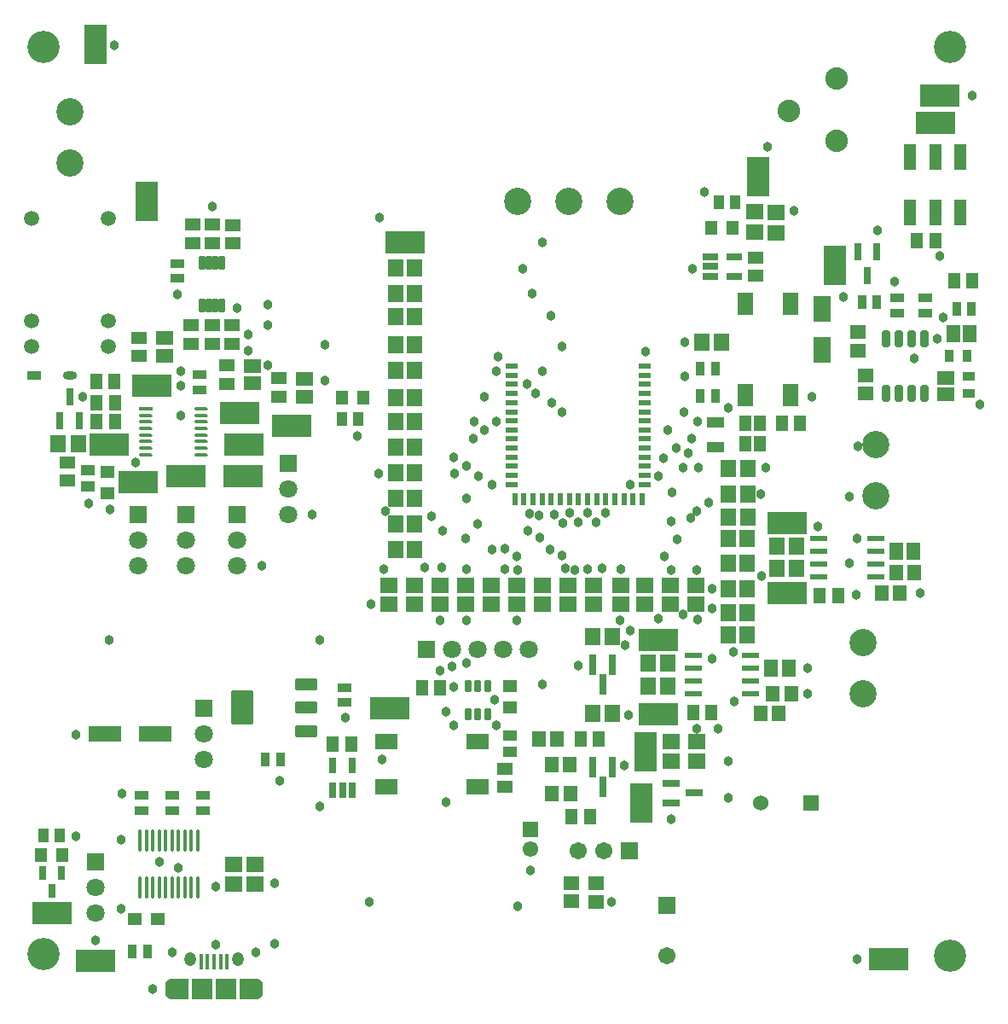
<source format=gts>
G04*
G04 #@! TF.GenerationSoftware,Altium Limited,Altium Designer,23.9.2 (47)*
G04*
G04 Layer_Color=8388736*
%FSLAX44Y44*%
%MOMM*%
G71*
G04*
G04 #@! TF.SameCoordinates,AC20B462-CAF6-4E74-BB64-28AA76468CC9*
G04*
G04*
G04 #@! TF.FilePolarity,Negative*
G04*
G01*
G75*
%ADD24R,1.4082X0.8221*%
G04:AMPARAMS|DCode=25|XSize=1.4082mm|YSize=0.8221mm|CornerRadius=0.4111mm|HoleSize=0mm|Usage=FLASHONLY|Rotation=0.000|XOffset=0mm|YOffset=0mm|HoleType=Round|Shape=RoundedRectangle|*
%AMROUNDEDRECTD25*
21,1,1.4082,0.0000,0,0,0.0*
21,1,0.5861,0.8221,0,0,0.0*
1,1,0.8221,0.2930,0.0000*
1,1,0.8221,-0.2930,0.0000*
1,1,0.8221,-0.2930,0.0000*
1,1,0.8221,0.2930,0.0000*
%
%ADD25ROUNDEDRECTD25*%
G04:AMPARAMS|DCode=33|XSize=1.3554mm|YSize=0.3408mm|CornerRadius=0.1704mm|HoleSize=0mm|Usage=FLASHONLY|Rotation=0.000|XOffset=0mm|YOffset=0mm|HoleType=Round|Shape=RoundedRectangle|*
%AMROUNDEDRECTD33*
21,1,1.3554,0.0000,0,0,0.0*
21,1,1.0147,0.3408,0,0,0.0*
1,1,0.3408,0.5073,0.0000*
1,1,0.3408,-0.5073,0.0000*
1,1,0.3408,-0.5073,0.0000*
1,1,0.3408,0.5073,0.0000*
%
%ADD33ROUNDEDRECTD33*%
%ADD34R,1.3554X0.3408*%
%ADD36R,1.3500X0.9500*%
%ADD40R,1.2700X0.6100*%
%ADD41R,0.6100X1.2700*%
%ADD48R,1.2000X2.5000*%
%ADD49R,1.7000X2.5000*%
%ADD50R,0.9500X1.3500*%
%ADD51R,1.5562X1.4549*%
%ADD53R,0.8065X1.3082*%
%ADD54R,1.3082X0.8065*%
%ADD57R,1.8000X1.0000*%
%ADD61R,1.6637X0.5588*%
%ADD70R,3.2000X1.6000*%
%ADD79R,0.8032X1.6532*%
%ADD80R,1.6032X1.7032*%
%ADD81R,4.0032X2.2332*%
%ADD82R,1.5532X1.2032*%
%ADD83R,1.4532X1.0032*%
%ADD84R,1.4032X1.3032*%
%ADD85R,1.2032X1.5532*%
%ADD86R,1.6532X1.3532*%
G04:AMPARAMS|DCode=87|XSize=0.6532mm|YSize=1.3532mm|CornerRadius=0.1511mm|HoleSize=0mm|Usage=FLASHONLY|Rotation=180.000|XOffset=0mm|YOffset=0mm|HoleType=Round|Shape=RoundedRectangle|*
%AMROUNDEDRECTD87*
21,1,0.6532,1.0510,0,0,180.0*
21,1,0.3510,1.3532,0,0,180.0*
1,1,0.3022,-0.1755,0.5255*
1,1,0.3022,0.1755,0.5255*
1,1,0.3022,0.1755,-0.5255*
1,1,0.3022,-0.1755,-0.5255*
%
%ADD87ROUNDEDRECTD87*%
%ADD88R,2.2332X4.0032*%
%ADD89R,1.7532X1.6032*%
%ADD90R,1.3032X1.4032*%
%ADD91R,1.0032X1.4532*%
%ADD92R,1.6032X1.7532*%
%ADD93R,1.7032X1.6032*%
%ADD94R,1.5032X0.7239*%
%ADD95R,1.6032X2.3032*%
%ADD96R,1.3532X1.6532*%
G04:AMPARAMS|DCode=97|XSize=0.8032mm|YSize=1.6532mm|CornerRadius=0.1526mm|HoleSize=0mm|Usage=FLASHONLY|Rotation=180.000|XOffset=0mm|YOffset=0mm|HoleType=Round|Shape=RoundedRectangle|*
%AMROUNDEDRECTD97*
21,1,0.8032,1.3480,0,0,180.0*
21,1,0.4980,1.6532,0,0,180.0*
1,1,0.3052,-0.2490,0.6740*
1,1,0.3052,0.2490,0.6740*
1,1,0.3052,0.2490,-0.6740*
1,1,0.3052,-0.2490,-0.6740*
%
%ADD97ROUNDEDRECTD97*%
%ADD98R,1.6032X1.4032*%
%ADD99R,1.5532X1.7532*%
%ADD100R,1.2192X1.5532*%
%ADD101R,1.2192X1.5532*%
%ADD102R,1.4032X1.6032*%
%ADD103R,0.7112X2.0032*%
%ADD104R,1.6532X0.8032*%
G04:AMPARAMS|DCode=105|XSize=0.7239mm|YSize=1.2032mm|CornerRadius=0.1459mm|HoleSize=0mm|Usage=FLASHONLY|Rotation=180.000|XOffset=0mm|YOffset=0mm|HoleType=Round|Shape=RoundedRectangle|*
%AMROUNDEDRECTD105*
21,1,0.7239,0.9115,0,0,180.0*
21,1,0.4322,1.2032,0,0,180.0*
1,1,0.2917,-0.2161,0.4557*
1,1,0.2917,0.2161,0.4557*
1,1,0.2917,0.2161,-0.4557*
1,1,0.2917,-0.2161,-0.4557*
%
%ADD105ROUNDEDRECTD105*%
%ADD106R,2.3032X1.6032*%
%ADD107R,0.7239X1.5032*%
G04:AMPARAMS|DCode=108|XSize=1.2032mm|YSize=2.2532mm|CornerRadius=0.1516mm|HoleSize=0mm|Usage=FLASHONLY|Rotation=270.000|XOffset=0mm|YOffset=0mm|HoleType=Round|Shape=RoundedRectangle|*
%AMROUNDEDRECTD108*
21,1,1.2032,1.9500,0,0,270.0*
21,1,0.9000,2.2532,0,0,270.0*
1,1,0.3032,-0.9750,-0.4500*
1,1,0.3032,-0.9750,0.4500*
1,1,0.3032,0.9750,0.4500*
1,1,0.3032,0.9750,-0.4500*
%
%ADD108ROUNDEDRECTD108*%
G04:AMPARAMS|DCode=109|XSize=3.4532mm|YSize=2.2532mm|CornerRadius=0.1529mm|HoleSize=0mm|Usage=FLASHONLY|Rotation=270.000|XOffset=0mm|YOffset=0mm|HoleType=Round|Shape=RoundedRectangle|*
%AMROUNDEDRECTD109*
21,1,3.4532,1.9475,0,0,270.0*
21,1,3.1475,2.2532,0,0,270.0*
1,1,0.3057,-0.9738,-1.5738*
1,1,0.3057,-0.9738,1.5738*
1,1,0.3057,0.9738,1.5738*
1,1,0.3057,0.9738,-1.5738*
%
%ADD109ROUNDEDRECTD109*%
%ADD110O,0.4128X2.1532*%
%ADD111R,1.7532X1.5532*%
%ADD112R,0.8032X1.4032*%
%ADD113R,1.3532X1.2032*%
%ADD114R,2.0032X2.1032*%
%ADD115R,0.4255X1.5532*%
%ADD116R,1.7782X2.1032*%
%ADD117R,1.7782X2.1032*%
%ADD118C,2.7032*%
%ADD119C,1.4986*%
%ADD120C,1.8032*%
%ADD121R,1.8032X1.8032*%
%ADD122C,2.2352*%
%ADD123R,1.8032X1.8032*%
%ADD124C,1.5240*%
%ADD125R,1.5240X1.5240*%
%ADD126C,1.5532*%
%ADD127R,1.5532X1.5532*%
%ADD128C,1.7032*%
%ADD129R,1.7032X1.7032*%
%ADD130R,1.7032X1.7032*%
%ADD131O,1.4032X2.1032*%
%ADD132O,1.1684X1.3716*%
%ADD133C,3.2032*%
%ADD134C,0.9652*%
D24*
X40632Y624041D02*
D03*
D25*
X76232D02*
D03*
D33*
X207174Y591377D02*
D03*
Y584877D02*
D03*
Y578377D02*
D03*
Y571877D02*
D03*
Y565377D02*
D03*
Y558877D02*
D03*
Y552377D02*
D03*
Y545877D02*
D03*
X151667D02*
D03*
Y552377D02*
D03*
Y558877D02*
D03*
Y565377D02*
D03*
Y571877D02*
D03*
Y578377D02*
D03*
Y584877D02*
D03*
D34*
Y591377D02*
D03*
D36*
X205042Y609832D02*
D03*
Y624832D02*
D03*
X183621Y735578D02*
D03*
Y720578D02*
D03*
X898262Y686350D02*
D03*
Y701350D02*
D03*
X926083Y686350D02*
D03*
Y701350D02*
D03*
X349522Y299803D02*
D03*
Y314803D02*
D03*
X208397Y192433D02*
D03*
Y207433D02*
D03*
X177956Y193003D02*
D03*
Y208003D02*
D03*
X147902Y193003D02*
D03*
Y208003D02*
D03*
D40*
X647618Y633500D02*
D03*
Y624500D02*
D03*
Y615500D02*
D03*
Y606500D02*
D03*
Y597400D02*
D03*
Y588400D02*
D03*
Y579400D02*
D03*
Y570400D02*
D03*
Y561400D02*
D03*
Y552400D02*
D03*
Y543300D02*
D03*
Y534300D02*
D03*
Y525300D02*
D03*
Y516300D02*
D03*
X515238D02*
D03*
Y525300D02*
D03*
Y534300D02*
D03*
Y543300D02*
D03*
Y552400D02*
D03*
Y561400D02*
D03*
Y570400D02*
D03*
Y579400D02*
D03*
Y588400D02*
D03*
Y597400D02*
D03*
Y606500D02*
D03*
Y615500D02*
D03*
Y624500D02*
D03*
Y633500D02*
D03*
D41*
X644528Y501610D02*
D03*
X635528D02*
D03*
X626528D02*
D03*
X617528D02*
D03*
X608528D02*
D03*
X599428D02*
D03*
X590428D02*
D03*
X581428D02*
D03*
X572428D02*
D03*
X563428D02*
D03*
X554428D02*
D03*
X545328D02*
D03*
X536328D02*
D03*
X527328D02*
D03*
X518328D02*
D03*
D48*
X935623Y840795D02*
D03*
Y785795D02*
D03*
X910623D02*
D03*
Y840795D02*
D03*
X960623D02*
D03*
Y785795D02*
D03*
D49*
X823322Y650090D02*
D03*
Y690090D02*
D03*
D50*
X862970Y697377D02*
D03*
X877970D02*
D03*
X971848Y690441D02*
D03*
X956848D02*
D03*
X702169Y631500D02*
D03*
X717169D02*
D03*
X702169Y604278D02*
D03*
X717169D02*
D03*
X285319Y243803D02*
D03*
X270319D02*
D03*
X153822Y53303D02*
D03*
X138822D02*
D03*
D51*
X858653Y667450D02*
D03*
Y648937D02*
D03*
D53*
X949941Y643936D02*
D03*
X966958D02*
D03*
D54*
X969283Y623841D02*
D03*
Y606824D02*
D03*
D57*
X717729Y553227D02*
D03*
Y578227D02*
D03*
D61*
X876300Y462442D02*
D03*
Y449742D02*
D03*
Y437042D02*
D03*
Y424342D02*
D03*
X819785D02*
D03*
Y437042D02*
D03*
Y449742D02*
D03*
Y462442D02*
D03*
X752158Y346550D02*
D03*
Y333850D02*
D03*
Y321150D02*
D03*
Y308450D02*
D03*
X695642D02*
D03*
Y321150D02*
D03*
Y333850D02*
D03*
Y346550D02*
D03*
D70*
X111333Y268710D02*
D03*
X161333D02*
D03*
D79*
X66700Y579627D02*
D03*
X85700D02*
D03*
X76200Y603127D02*
D03*
X877653Y747227D02*
D03*
X858653D02*
D03*
X868152Y723727D02*
D03*
D80*
X64769Y556722D02*
D03*
X84769D02*
D03*
X615369Y365700D02*
D03*
X595369D02*
D03*
X615369Y289500D02*
D03*
X595369D02*
D03*
D81*
X115921Y555927D02*
D03*
X158103Y614335D02*
D03*
X296360Y574453D02*
D03*
X244973Y587035D02*
D03*
X249481Y555927D02*
D03*
X248325Y524327D02*
D03*
X192121D02*
D03*
X144583Y518250D02*
D03*
X409169Y756600D02*
D03*
X939800Y901700D02*
D03*
X935623Y874657D02*
D03*
X788391Y477674D02*
D03*
X788838Y408490D02*
D03*
X660400Y361756D02*
D03*
Y288450D02*
D03*
X393700Y294600D02*
D03*
X58885Y90979D02*
D03*
X101756Y43904D02*
D03*
X889000Y44933D02*
D03*
D82*
X73697Y520237D02*
D03*
Y538237D02*
D03*
X145403Y643435D02*
D03*
Y661435D02*
D03*
X232273Y616135D02*
D03*
Y634135D02*
D03*
X196419Y673956D02*
D03*
Y655956D02*
D03*
X217679Y673956D02*
D03*
Y655956D02*
D03*
X237769Y673956D02*
D03*
Y655956D02*
D03*
X198321Y773830D02*
D03*
Y755830D02*
D03*
X217821D02*
D03*
Y773830D02*
D03*
X238258Y773802D02*
D03*
Y755802D02*
D03*
X757010Y741104D02*
D03*
Y723104D02*
D03*
X508396Y216413D02*
D03*
Y234413D02*
D03*
X283660Y603532D02*
D03*
Y621531D02*
D03*
D83*
X94150Y514600D02*
D03*
Y530600D02*
D03*
X513235Y267400D02*
D03*
Y251400D02*
D03*
D84*
X113719Y528600D02*
D03*
Y507600D02*
D03*
X513235Y295200D02*
D03*
Y316200D02*
D03*
D85*
X103221Y578377D02*
D03*
X121221D02*
D03*
X103121Y597662D02*
D03*
X121121D02*
D03*
X120658Y618635D02*
D03*
X102658D02*
D03*
X917623Y758295D02*
D03*
X935623D02*
D03*
X954621Y718182D02*
D03*
X972621D02*
D03*
X783337Y576784D02*
D03*
X801337D02*
D03*
X839180Y406134D02*
D03*
X821180D02*
D03*
X601669Y264100D02*
D03*
X583669D02*
D03*
X713292Y290286D02*
D03*
X695292D02*
D03*
X444338Y314900D02*
D03*
X426338D02*
D03*
X574669Y186947D02*
D03*
X592669D02*
D03*
X337644Y258794D02*
D03*
X355644D02*
D03*
D86*
X170803Y643935D02*
D03*
Y661435D02*
D03*
X309490Y603282D02*
D03*
Y620782D02*
D03*
X257673Y616385D02*
D03*
Y633885D02*
D03*
X945970Y621690D02*
D03*
Y605690D02*
D03*
D87*
X207771Y693577D02*
D03*
X214271D02*
D03*
X220771D02*
D03*
X227271D02*
D03*
X207771Y736077D02*
D03*
X214271D02*
D03*
X220771D02*
D03*
X227271D02*
D03*
D88*
X152400Y797400D02*
D03*
X759621Y822003D02*
D03*
X835705Y733979D02*
D03*
X647700Y251300D02*
D03*
X643469Y200600D02*
D03*
X101600Y952500D02*
D03*
D89*
X494869Y397500D02*
D03*
Y416500D02*
D03*
X520269Y397500D02*
D03*
Y416500D02*
D03*
X545669D02*
D03*
Y397500D02*
D03*
X571069Y416500D02*
D03*
Y397500D02*
D03*
X596469Y416500D02*
D03*
Y397500D02*
D03*
X623302Y416500D02*
D03*
Y397500D02*
D03*
X647269Y416500D02*
D03*
Y397500D02*
D03*
X672669Y416500D02*
D03*
Y397500D02*
D03*
X698069Y416500D02*
D03*
Y397500D02*
D03*
X469469D02*
D03*
Y416500D02*
D03*
X444069Y397500D02*
D03*
Y416500D02*
D03*
X418669Y397500D02*
D03*
Y416500D02*
D03*
X393269Y397500D02*
D03*
Y416500D02*
D03*
D90*
X367869Y602000D02*
D03*
X346869D02*
D03*
X734587Y770579D02*
D03*
X713587D02*
D03*
X69232Y148778D02*
D03*
X48232D02*
D03*
D91*
X362790Y581204D02*
D03*
X346790D02*
D03*
X720787Y795979D02*
D03*
X736787D02*
D03*
X50344Y167920D02*
D03*
X66344D02*
D03*
D92*
X399669Y451800D02*
D03*
X418669D02*
D03*
Y477200D02*
D03*
X399669D02*
D03*
Y502600D02*
D03*
X418669D02*
D03*
Y528000D02*
D03*
X399669D02*
D03*
X418669Y553400D02*
D03*
X399669D02*
D03*
X418669Y578800D02*
D03*
X399669D02*
D03*
Y602000D02*
D03*
X418669D02*
D03*
X399669Y629600D02*
D03*
X418669D02*
D03*
X399669Y655000D02*
D03*
X418669D02*
D03*
X399669Y683100D02*
D03*
X418669D02*
D03*
X399669Y705800D02*
D03*
X418669D02*
D03*
X399669Y731200D02*
D03*
X418669D02*
D03*
X723087Y657700D02*
D03*
X704087D02*
D03*
X730628Y532510D02*
D03*
X749628D02*
D03*
X730628Y507110D02*
D03*
X749628D02*
D03*
X730628Y483977D02*
D03*
X749628D02*
D03*
X730210Y462442D02*
D03*
X749210D02*
D03*
X729873Y437956D02*
D03*
X748873D02*
D03*
X729869Y412310D02*
D03*
X748869D02*
D03*
X729869Y388620D02*
D03*
X748869D02*
D03*
X729869Y367410D02*
D03*
X748869D02*
D03*
D93*
X756347Y786589D02*
D03*
Y766589D02*
D03*
X777516Y766070D02*
D03*
Y786070D02*
D03*
X673100Y241300D02*
D03*
Y261300D02*
D03*
X698500D02*
D03*
Y241300D02*
D03*
D94*
X712087Y741979D02*
D03*
Y732479D02*
D03*
Y722979D02*
D03*
X736087D02*
D03*
Y741979D02*
D03*
D95*
X792314Y604744D02*
D03*
Y695744D02*
D03*
X747314Y604744D02*
D03*
Y695744D02*
D03*
D96*
X953408Y666122D02*
D03*
X969908D02*
D03*
X896763Y449742D02*
D03*
X914263D02*
D03*
X772801Y333671D02*
D03*
X790301D02*
D03*
D97*
X925303Y661127D02*
D03*
X912602D02*
D03*
X899902D02*
D03*
X887203D02*
D03*
X925303Y606627D02*
D03*
X912602D02*
D03*
X899902D02*
D03*
X887203D02*
D03*
D98*
X866297Y606332D02*
D03*
Y624332D02*
D03*
X574169Y102700D02*
D03*
Y120700D02*
D03*
X598706Y102350D02*
D03*
Y120350D02*
D03*
D99*
X778422Y454793D02*
D03*
X797922D02*
D03*
X778393Y432905D02*
D03*
X797893D02*
D03*
X650767Y339197D02*
D03*
X670267D02*
D03*
X650584Y315986D02*
D03*
X670084D02*
D03*
D100*
X761569Y576784D02*
D03*
X761569Y556300D02*
D03*
D101*
X747069Y576784D02*
D03*
X747069Y556300D02*
D03*
D102*
X914763Y428581D02*
D03*
X896763D02*
D03*
X900470Y408466D02*
D03*
X882470D02*
D03*
X792672Y308450D02*
D03*
X774672D02*
D03*
X780000Y289400D02*
D03*
X762000D02*
D03*
X560369Y264100D02*
D03*
X542369D02*
D03*
X573069Y238700D02*
D03*
X555069D02*
D03*
X573330Y209235D02*
D03*
X555331D02*
D03*
D103*
X614869Y337600D02*
D03*
X595869D02*
D03*
X605369Y317600D02*
D03*
Y216000D02*
D03*
X595869Y236000D02*
D03*
X614869D02*
D03*
D104*
X696600Y210000D02*
D03*
X673100Y200500D02*
D03*
Y219500D02*
D03*
D105*
X472238Y288450D02*
D03*
X481738D02*
D03*
X491237D02*
D03*
Y315950D02*
D03*
X481738D02*
D03*
X472238D02*
D03*
D106*
X481524Y261200D02*
D03*
X390524D02*
D03*
X481524Y216200D02*
D03*
X390524D02*
D03*
D107*
X337624Y237300D02*
D03*
X356624D02*
D03*
Y213300D02*
D03*
X347124D02*
D03*
X337624D02*
D03*
D108*
X310981Y271732D02*
D03*
Y294732D02*
D03*
Y317732D02*
D03*
D109*
X247481Y294732D02*
D03*
D110*
X203472Y163303D02*
D03*
X197122D02*
D03*
X190772D02*
D03*
X184422D02*
D03*
X178072D02*
D03*
X171722D02*
D03*
X165372D02*
D03*
X159022D02*
D03*
X152672D02*
D03*
X146322D02*
D03*
X203472Y116803D02*
D03*
X197122D02*
D03*
X190772D02*
D03*
X184422D02*
D03*
X178072D02*
D03*
X171722D02*
D03*
X165372D02*
D03*
X159022D02*
D03*
X152672D02*
D03*
X146322D02*
D03*
D111*
X260077Y139269D02*
D03*
Y119769D02*
D03*
X239304Y139253D02*
D03*
Y119753D02*
D03*
D112*
X58674Y112610D02*
D03*
X49174Y130610D02*
D03*
X68174D02*
D03*
D113*
X140623Y85067D02*
D03*
X164123D02*
D03*
D114*
X231159Y15626D02*
D03*
X208159D02*
D03*
D115*
X206659Y42376D02*
D03*
X213159D02*
D03*
X232659D02*
D03*
X219659D02*
D03*
X226159D02*
D03*
D116*
X185785Y15627D02*
D03*
D117*
X253533Y15625D02*
D03*
D118*
X76200Y835500D02*
D03*
Y886300D02*
D03*
X876300Y505300D02*
D03*
Y556100D02*
D03*
X863600Y308450D02*
D03*
Y359250D02*
D03*
X520700Y797400D02*
D03*
X571500D02*
D03*
X622300D02*
D03*
D119*
X114718Y780101D02*
D03*
Y678501D02*
D03*
Y653101D02*
D03*
X38518D02*
D03*
Y678501D02*
D03*
Y780101D02*
D03*
D120*
X293721Y486227D02*
D03*
Y511627D02*
D03*
X242921Y435427D02*
D03*
Y460827D02*
D03*
X192121Y435427D02*
D03*
Y460827D02*
D03*
X144583Y435427D02*
D03*
Y460827D02*
D03*
X481738Y353000D02*
D03*
X456338D02*
D03*
X507137D02*
D03*
X532537D02*
D03*
X209822Y269203D02*
D03*
Y243803D02*
D03*
X101756Y116803D02*
D03*
Y91403D02*
D03*
D121*
X293721Y537027D02*
D03*
X242921Y486227D02*
D03*
X192121D02*
D03*
X144583D02*
D03*
X209822Y294603D02*
D03*
X101756Y142203D02*
D03*
D122*
X837644Y856819D02*
D03*
X837644Y919316D02*
D03*
X790146Y886816D02*
D03*
D123*
X430938Y353000D02*
D03*
D124*
X762000Y200500D02*
D03*
D125*
X812000D02*
D03*
D126*
X533787Y154264D02*
D03*
D127*
Y174264D02*
D03*
D128*
X581602Y152688D02*
D03*
X607002D02*
D03*
X668869Y48600D02*
D03*
D129*
X632402Y152688D02*
D03*
D130*
X668869Y98600D02*
D03*
D131*
X177909Y15626D02*
D03*
X261409D02*
D03*
D132*
X243027Y45626D02*
D03*
X196291D02*
D03*
D133*
X950000Y48575D02*
D03*
X50000Y50000D02*
D03*
X950000Y950000D02*
D03*
X50000D02*
D03*
D134*
X165100Y142203D02*
D03*
X710768Y497869D02*
D03*
X674423Y508148D02*
D03*
X95250Y497500D02*
D03*
X101756Y64078D02*
D03*
X184398Y135713D02*
D03*
X361950Y564590D02*
D03*
X158750Y15626D02*
D03*
X279400Y60787D02*
D03*
X261409Y52224D02*
D03*
X808645Y333671D02*
D03*
X809047Y308539D02*
D03*
X943227Y681596D02*
D03*
X498131Y302446D02*
D03*
X349975Y285214D02*
D03*
X972683Y901700D02*
D03*
X706631Y806450D02*
D03*
X795225Y787400D02*
D03*
X694798Y730250D02*
D03*
X878209Y768350D02*
D03*
X844922Y702679D02*
D03*
X895350Y717550D02*
D03*
X914400Y641350D02*
D03*
X979598Y595289D02*
D03*
X812800Y603250D02*
D03*
X730250Y592445D02*
D03*
X647700Y647700D02*
D03*
X501650Y643241D02*
D03*
X673100Y479193D02*
D03*
X819150Y474215D02*
D03*
X857244Y406400D02*
D03*
X920750Y408102D02*
D03*
X719869Y274110D02*
D03*
X714059Y343000D02*
D03*
X581602Y336784D02*
D03*
X673240Y184039D02*
D03*
X858003Y44933D02*
D03*
X614604Y102350D02*
D03*
X533854Y133350D02*
D03*
X500000Y277401D02*
D03*
X285210Y222250D02*
D03*
X386734Y243803D02*
D03*
X177909Y52224D02*
D03*
X82550Y167087D02*
D03*
Y267886D02*
D03*
X128625Y209550D02*
D03*
X317360Y486227D02*
D03*
X267240Y435427D02*
D03*
X141577Y538237D02*
D03*
X89712Y603250D02*
D03*
X186669Y628536D02*
D03*
X242921Y691036D02*
D03*
X183378Y704850D02*
D03*
X217874Y791926D02*
D03*
X120650Y952323D02*
D03*
X273050Y694327D02*
D03*
X456338Y335629D02*
D03*
X470077Y339197D02*
D03*
X531135Y469900D02*
D03*
X666750Y444780D02*
D03*
X604753Y433264D02*
D03*
X623153Y432272D02*
D03*
X564732Y652823D02*
D03*
Y588400D02*
D03*
X457996Y277205D02*
D03*
X449783Y290691D02*
D03*
X445485Y434296D02*
D03*
X428711D02*
D03*
X329660Y655060D02*
D03*
Y619479D02*
D03*
X768966Y850900D02*
D03*
X767810Y532860D02*
D03*
X763429Y425786D02*
D03*
X273050Y634346D02*
D03*
X622666Y381716D02*
D03*
X735683Y350347D02*
D03*
X436007Y485019D02*
D03*
X632726Y515722D02*
D03*
Y370853D02*
D03*
X937652Y660991D02*
D03*
X626747Y237731D02*
D03*
X221548Y117094D02*
D03*
X221510Y59632D02*
D03*
X279400Y120662D02*
D03*
X127469Y163796D02*
D03*
Y95040D02*
D03*
X373577Y102350D02*
D03*
X521485Y98138D02*
D03*
X324390Y196799D02*
D03*
X324299Y361950D02*
D03*
X116073Y491632D02*
D03*
X115921Y361950D02*
D03*
X186669Y584877D02*
D03*
Y614335D02*
D03*
X449783Y201453D02*
D03*
X457654Y314986D02*
D03*
X631369Y287400D02*
D03*
X729873Y205500D02*
D03*
X730250Y241300D02*
D03*
X939800Y743104D02*
D03*
X850075Y438233D02*
D03*
X850732Y503819D02*
D03*
X858400Y462706D02*
D03*
X858653Y554191D02*
D03*
X762000Y507110D02*
D03*
X736087Y300600D02*
D03*
X699942Y382156D02*
D03*
X699129Y274110D02*
D03*
X714059Y412750D02*
D03*
X628078Y356860D02*
D03*
X520269Y381000D02*
D03*
X444069Y331327D02*
D03*
X469900Y381000D02*
D03*
X444330D02*
D03*
X375369Y397500D02*
D03*
X384059Y781400D02*
D03*
X382965Y527392D02*
D03*
X253773Y665252D02*
D03*
X273050Y674175D02*
D03*
X253773Y649051D02*
D03*
X687368Y657700D02*
D03*
X686910Y623884D02*
D03*
X669809Y570600D02*
D03*
X699942Y578800D02*
D03*
X690676Y547197D02*
D03*
X693643Y561400D02*
D03*
X685827Y588400D02*
D03*
X678552Y552400D02*
D03*
X700370Y532669D02*
D03*
X661131Y524327D02*
D03*
X666131Y542588D02*
D03*
X692870Y482634D02*
D03*
X699165Y489908D02*
D03*
X679600Y461550D02*
D03*
X673100Y431758D02*
D03*
X714059Y392938D02*
D03*
X685369Y387458D02*
D03*
X685750Y532860D02*
D03*
X660400Y382716D02*
D03*
X508204Y431814D02*
D03*
X508396Y452692D02*
D03*
X698500Y431542D02*
D03*
X598850Y478863D02*
D03*
X572359Y487666D02*
D03*
X608669Y488003D02*
D03*
X590550Y432575D02*
D03*
X590428Y488003D02*
D03*
X580819Y478558D02*
D03*
X557530Y486174D02*
D03*
X577960Y431542D02*
D03*
X568474Y433140D02*
D03*
X565888Y477674D02*
D03*
X565150Y445699D02*
D03*
X553517Y451803D02*
D03*
X520269Y445043D02*
D03*
X520700Y431542D02*
D03*
X542910Y463332D02*
D03*
X542138Y485453D02*
D03*
X532703Y487330D02*
D03*
X469469Y462590D02*
D03*
X470077Y432272D02*
D03*
X446338Y469900D02*
D03*
X387890Y432272D02*
D03*
X389627Y489900D02*
D03*
X457654Y543300D02*
D03*
X458338Y527050D02*
D03*
X470077Y534300D02*
D03*
X469900Y502309D02*
D03*
X482313Y524327D02*
D03*
X481738Y477425D02*
D03*
X495889Y516300D02*
D03*
X495300Y451509D02*
D03*
X477072Y561400D02*
D03*
X488124Y570400D02*
D03*
X477878Y578800D02*
D03*
X487878Y603503D02*
D03*
X500000Y578800D02*
D03*
Y628532D02*
D03*
X555287Y597400D02*
D03*
X554428Y683244D02*
D03*
X535200Y705800D02*
D03*
X538678Y606850D02*
D03*
X530019Y615850D02*
D03*
X526297Y730250D02*
D03*
X545669Y756806D02*
D03*
Y628532D02*
D03*
Y317600D02*
D03*
M02*

</source>
